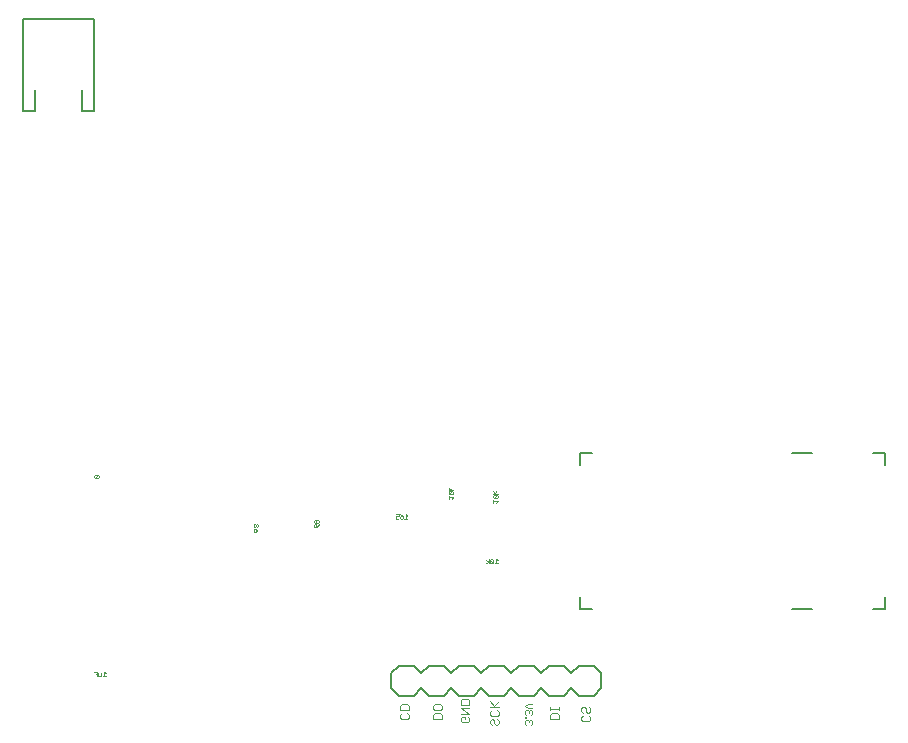
<source format=gbo>
G75*
G70*
%OFA0B0*%
%FSLAX24Y24*%
%IPPOS*%
%LPD*%
%AMOC8*
5,1,8,0,0,1.08239X$1,22.5*
%
%ADD10C,0.0010*%
%ADD11C,0.0030*%
%ADD12C,0.0020*%
%ADD13C,0.0080*%
D10*
X003195Y001996D02*
X003295Y001996D01*
X003295Y001846D01*
X003342Y001846D02*
X003342Y001946D01*
X003295Y001921D02*
X003245Y001921D01*
X003342Y001846D02*
X003417Y001846D01*
X003442Y001871D01*
X003442Y001946D01*
X003540Y001996D02*
X003540Y001846D01*
X003590Y001846D02*
X003490Y001846D01*
X003590Y001946D02*
X003540Y001996D01*
X008515Y006698D02*
X008515Y006748D01*
X008540Y006773D01*
X008565Y006773D01*
X008590Y006748D01*
X008590Y006673D01*
X008540Y006673D01*
X008515Y006698D01*
X008590Y006673D02*
X008641Y006723D01*
X008666Y006773D01*
X008641Y006820D02*
X008616Y006820D01*
X008590Y006845D01*
X008590Y006895D01*
X008565Y006920D01*
X008540Y006920D01*
X008515Y006895D01*
X008515Y006845D01*
X008540Y006820D01*
X008565Y006820D01*
X008590Y006845D01*
X008590Y006895D02*
X008616Y006920D01*
X008641Y006920D01*
X008666Y006895D01*
X008666Y006845D01*
X008641Y006820D01*
X010527Y006837D02*
X010527Y006887D01*
X010552Y006912D01*
X010577Y006912D01*
X010602Y006887D01*
X010602Y006812D01*
X010552Y006812D01*
X010527Y006837D01*
X010602Y006812D02*
X010652Y006862D01*
X010677Y006912D01*
X010652Y006959D02*
X010627Y006959D01*
X010602Y006984D01*
X010602Y007034D01*
X010577Y007059D01*
X010552Y007059D01*
X010527Y007034D01*
X010527Y006984D01*
X010552Y006959D01*
X010577Y006959D01*
X010602Y006984D01*
X010602Y007034D02*
X010627Y007059D01*
X010652Y007059D01*
X010677Y007034D01*
X010677Y006984D01*
X010652Y006959D01*
X013243Y007134D02*
X013268Y007109D01*
X013318Y007109D01*
X013343Y007134D01*
X013390Y007134D02*
X013390Y007159D01*
X013415Y007184D01*
X013490Y007184D01*
X013490Y007134D01*
X013465Y007109D01*
X013415Y007109D01*
X013390Y007134D01*
X013343Y007184D02*
X013293Y007209D01*
X013268Y007209D01*
X013243Y007184D01*
X013243Y007134D01*
X013343Y007184D02*
X013343Y007259D01*
X013243Y007259D01*
X013390Y007259D02*
X013440Y007234D01*
X013490Y007184D01*
X013538Y007109D02*
X013638Y007109D01*
X013588Y007109D02*
X013588Y007259D01*
X013638Y007209D01*
X015012Y007765D02*
X015012Y007865D01*
X015012Y007815D02*
X015162Y007815D01*
X015112Y007765D01*
X015137Y007912D02*
X015037Y007912D01*
X015137Y008012D01*
X015037Y008012D01*
X015012Y007987D01*
X015012Y007937D01*
X015037Y007912D01*
X015137Y007912D02*
X015162Y007937D01*
X015162Y007987D01*
X015137Y008012D01*
X015162Y008059D02*
X015012Y008059D01*
X015062Y008059D02*
X015112Y008134D01*
X015062Y008059D02*
X015012Y008134D01*
X016507Y008013D02*
X016557Y007938D01*
X016607Y008013D01*
X016657Y007938D02*
X016507Y007938D01*
X016532Y007890D02*
X016507Y007865D01*
X016507Y007815D01*
X016532Y007790D01*
X016632Y007890D01*
X016532Y007890D01*
X016532Y007790D02*
X016632Y007790D01*
X016657Y007815D01*
X016657Y007865D01*
X016632Y007890D01*
X016507Y007743D02*
X016507Y007643D01*
X016507Y007693D02*
X016657Y007693D01*
X016607Y007643D01*
X016595Y005768D02*
X016595Y005617D01*
X016645Y005617D02*
X016545Y005617D01*
X016498Y005642D02*
X016397Y005743D01*
X016397Y005642D01*
X016423Y005617D01*
X016473Y005617D01*
X016498Y005642D01*
X016498Y005743D01*
X016473Y005768D01*
X016423Y005768D01*
X016397Y005743D01*
X016350Y005768D02*
X016350Y005617D01*
X016350Y005668D02*
X016275Y005718D01*
X016350Y005668D02*
X016275Y005617D01*
X016595Y005768D02*
X016645Y005718D01*
X003356Y008484D02*
X003356Y008534D01*
X003331Y008559D01*
X003231Y008459D01*
X003206Y008484D01*
X003206Y008534D01*
X003231Y008559D01*
X003331Y008559D01*
X003356Y008484D02*
X003331Y008459D01*
X003231Y008459D01*
D11*
X013396Y000867D02*
X013396Y000722D01*
X013686Y000722D01*
X013686Y000867D01*
X013638Y000915D01*
X013444Y000915D01*
X013396Y000867D01*
X013444Y000621D02*
X013396Y000572D01*
X013396Y000476D01*
X013444Y000427D01*
X013638Y000427D01*
X013686Y000476D01*
X013686Y000572D01*
X013638Y000621D01*
X014496Y000572D02*
X014496Y000427D01*
X014786Y000427D01*
X014786Y000572D01*
X014738Y000621D01*
X014544Y000621D01*
X014496Y000572D01*
X014544Y000722D02*
X014496Y000770D01*
X014496Y000867D01*
X014544Y000915D01*
X014738Y000915D01*
X014786Y000867D01*
X014786Y000770D01*
X014738Y000722D01*
X014544Y000722D01*
X015416Y000805D02*
X015706Y000805D01*
X015706Y000906D02*
X015706Y001051D01*
X015658Y001099D01*
X015464Y001099D01*
X015416Y001051D01*
X015416Y000906D01*
X015706Y000906D01*
X015706Y000611D02*
X015416Y000611D01*
X015464Y000510D02*
X015416Y000462D01*
X015416Y000365D01*
X015464Y000317D01*
X015658Y000317D01*
X015706Y000365D01*
X015706Y000462D01*
X015658Y000510D01*
X015561Y000510D02*
X015561Y000413D01*
X015561Y000510D02*
X015464Y000510D01*
X015706Y000611D02*
X015416Y000805D01*
X016396Y000822D02*
X016686Y000822D01*
X016638Y000721D02*
X016686Y000672D01*
X016686Y000576D01*
X016638Y000527D01*
X016444Y000527D01*
X016396Y000576D01*
X016396Y000672D01*
X016444Y000721D01*
X016493Y000822D02*
X016686Y001015D01*
X016541Y000870D02*
X016396Y001015D01*
X016444Y000426D02*
X016396Y000378D01*
X016396Y000281D01*
X016444Y000233D01*
X016541Y000281D02*
X016589Y000233D01*
X016638Y000233D01*
X016686Y000281D01*
X016686Y000378D01*
X016638Y000426D01*
X016541Y000378D02*
X016493Y000426D01*
X016444Y000426D01*
X016541Y000378D02*
X016541Y000281D01*
X018396Y000426D02*
X018396Y000571D01*
X018444Y000619D01*
X018638Y000619D01*
X018686Y000571D01*
X018686Y000426D01*
X018396Y000426D01*
X018396Y000720D02*
X018396Y000817D01*
X018396Y000769D02*
X018686Y000769D01*
X018686Y000817D02*
X018686Y000720D01*
X019441Y000688D02*
X019490Y000640D01*
X019441Y000688D02*
X019441Y000785D01*
X019490Y000833D01*
X019538Y000833D01*
X019586Y000785D01*
X019586Y000688D01*
X019635Y000640D01*
X019683Y000640D01*
X019731Y000688D01*
X019731Y000785D01*
X019683Y000833D01*
X019683Y000538D02*
X019731Y000490D01*
X019731Y000393D01*
X019683Y000345D01*
X019490Y000345D01*
X019441Y000393D01*
X019441Y000490D01*
X019490Y000538D01*
D12*
X017791Y000606D02*
X017791Y000680D01*
X017754Y000716D01*
X017718Y000716D01*
X017681Y000680D01*
X017644Y000716D01*
X017607Y000716D01*
X017571Y000680D01*
X017571Y000606D01*
X017607Y000570D01*
X017607Y000496D02*
X017571Y000496D01*
X017571Y000459D01*
X017607Y000459D01*
X017607Y000496D01*
X017607Y000385D02*
X017571Y000348D01*
X017571Y000275D01*
X017607Y000238D01*
X017681Y000312D02*
X017681Y000348D01*
X017644Y000385D01*
X017607Y000385D01*
X017681Y000348D02*
X017718Y000385D01*
X017754Y000385D01*
X017791Y000348D01*
X017791Y000275D01*
X017754Y000238D01*
X017754Y000570D02*
X017791Y000606D01*
X017681Y000643D02*
X017681Y000680D01*
X017644Y000791D02*
X017571Y000864D01*
X017644Y000937D01*
X017791Y000937D01*
X017791Y000791D02*
X017644Y000791D01*
D13*
X017851Y001202D02*
X017351Y001202D01*
X017101Y001452D01*
X016851Y001202D01*
X016351Y001202D01*
X016101Y001452D01*
X015851Y001202D01*
X015351Y001202D01*
X015101Y001452D01*
X014851Y001202D01*
X014351Y001202D01*
X014101Y001452D01*
X013851Y001202D01*
X013351Y001202D01*
X013101Y001452D01*
X013101Y001952D01*
X013351Y002202D01*
X013851Y002202D01*
X014101Y001952D01*
X014351Y002202D01*
X014851Y002202D01*
X015101Y001952D01*
X015351Y002202D01*
X015851Y002202D01*
X016101Y001952D01*
X016351Y002202D01*
X016851Y002202D01*
X017101Y001952D01*
X017351Y002202D01*
X017851Y002202D01*
X018101Y001952D01*
X018351Y002202D01*
X018851Y002202D01*
X019101Y001952D01*
X019351Y002202D01*
X019851Y002202D01*
X020101Y001952D01*
X020101Y001452D01*
X019851Y001202D01*
X019351Y001202D01*
X019101Y001452D01*
X018851Y001202D01*
X018351Y001202D01*
X018101Y001452D01*
X017851Y001202D01*
X019400Y004103D02*
X019794Y004103D01*
X019400Y004103D02*
X019400Y004497D01*
X019400Y008906D02*
X019400Y009300D01*
X019794Y009300D01*
X026447Y009300D02*
X027117Y009300D01*
X029164Y009300D02*
X029557Y009300D01*
X029557Y008906D01*
X029557Y004497D02*
X029557Y004103D01*
X029164Y004103D01*
X027117Y004103D02*
X026447Y004103D01*
X003182Y020693D02*
X003182Y023764D01*
X000820Y023764D01*
X000820Y020693D01*
X001213Y020693D01*
X001213Y021402D01*
X002788Y021402D02*
X002788Y020693D01*
X003182Y020693D01*
M02*

</source>
